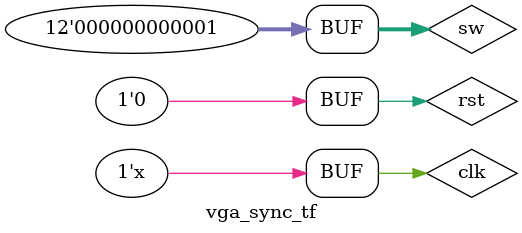
<source format=v>
`timescale 1ns / 1ps


module vga_sync_tf;

	// Inputs
	reg clk;
	reg rst;
	reg [11:0] sw;

	// Outputs
	wire hsync;
	wire vsync;
	wire [11:0] vga_rgb;

	// Instantiate the Unit Under Test (UUT)
	vga_sync uut (
		.clk(clk), 
		.rst(rst), 
		.sw(sw), 
		.hsync(hsync), 
		.vsync(vsync), 
		.vga_rgb(vga_rgb)
	);

   always #5 clk = ~clk;
	initial begin
		// Initialize Inputs
		clk = 0;
		rst = 1;
      sw = 12'b1;

		// Wait 100 ns for global reset to finish
		#100;
      rst = 0;
        
		// Add stimulus here

	end
      
endmodule


</source>
